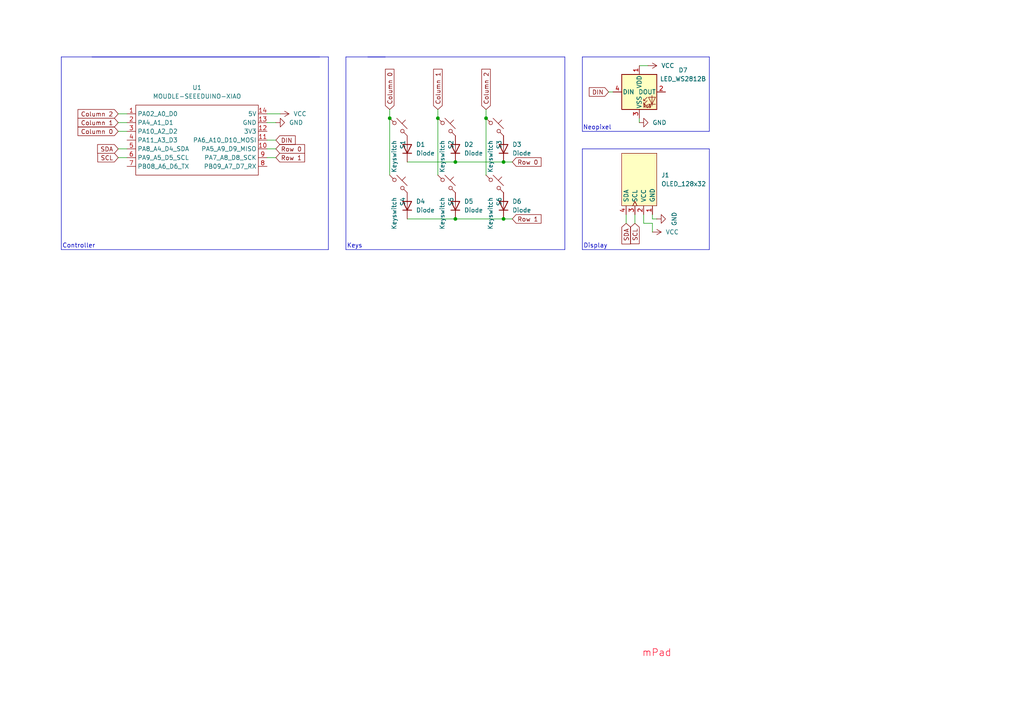
<source format=kicad_sch>
(kicad_sch
	(version 20231120)
	(generator "eeschema")
	(generator_version "8.0")
	(uuid "a5032a76-3a4a-4b6b-957c-5111dd4248f8")
	(paper "A4")
	(lib_symbols
		(symbol "ScottoKeebs:LED_WS2812B"
			(pin_names
				(offset 0.254)
			)
			(exclude_from_sim no)
			(in_bom yes)
			(on_board yes)
			(property "Reference" "D"
				(at 5.08 5.715 0)
				(effects
					(font
						(size 1.27 1.27)
					)
					(justify right bottom)
				)
			)
			(property "Value" "LED_WS2812B"
				(at 1.27 -5.715 0)
				(effects
					(font
						(size 1.27 1.27)
					)
					(justify left top)
				)
			)
			(property "Footprint" "ScottoKeebs_Components:LED_WS2812B"
				(at 1.27 -7.62 0)
				(effects
					(font
						(size 1.27 1.27)
					)
					(justify left top)
					(hide yes)
				)
			)
			(property "Datasheet" "https://cdn-shop.adafruit.com/datasheets/WS2812B.pdf"
				(at 2.54 -9.525 0)
				(effects
					(font
						(size 1.27 1.27)
					)
					(justify left top)
					(hide yes)
				)
			)
			(property "Description" "RGB LED with integrated controller"
				(at 0 0 0)
				(effects
					(font
						(size 1.27 1.27)
					)
					(hide yes)
				)
			)
			(property "ki_keywords" "RGB LED NeoPixel addressable"
				(at 0 0 0)
				(effects
					(font
						(size 1.27 1.27)
					)
					(hide yes)
				)
			)
			(property "ki_fp_filters" "LED*WS2812*PLCC*5.0x5.0mm*P3.2mm*"
				(at 0 0 0)
				(effects
					(font
						(size 1.27 1.27)
					)
					(hide yes)
				)
			)
			(symbol "LED_WS2812B_0_0"
				(text "RGB"
					(at 2.286 -4.191 0)
					(effects
						(font
							(size 0.762 0.762)
						)
					)
				)
			)
			(symbol "LED_WS2812B_0_1"
				(polyline
					(pts
						(xy 1.27 -3.556) (xy 1.778 -3.556)
					)
					(stroke
						(width 0)
						(type default)
					)
					(fill
						(type none)
					)
				)
				(polyline
					(pts
						(xy 1.27 -2.54) (xy 1.778 -2.54)
					)
					(stroke
						(width 0)
						(type default)
					)
					(fill
						(type none)
					)
				)
				(polyline
					(pts
						(xy 4.699 -3.556) (xy 2.667 -3.556)
					)
					(stroke
						(width 0)
						(type default)
					)
					(fill
						(type none)
					)
				)
				(polyline
					(pts
						(xy 2.286 -2.54) (xy 1.27 -3.556) (xy 1.27 -3.048)
					)
					(stroke
						(width 0)
						(type default)
					)
					(fill
						(type none)
					)
				)
				(polyline
					(pts
						(xy 2.286 -1.524) (xy 1.27 -2.54) (xy 1.27 -2.032)
					)
					(stroke
						(width 0)
						(type default)
					)
					(fill
						(type none)
					)
				)
				(polyline
					(pts
						(xy 3.683 -1.016) (xy 3.683 -3.556) (xy 3.683 -4.064)
					)
					(stroke
						(width 0)
						(type default)
					)
					(fill
						(type none)
					)
				)
				(polyline
					(pts
						(xy 4.699 -1.524) (xy 2.667 -1.524) (xy 3.683 -3.556) (xy 4.699 -1.524)
					)
					(stroke
						(width 0)
						(type default)
					)
					(fill
						(type none)
					)
				)
				(rectangle
					(start 5.08 5.08)
					(end -5.08 -5.08)
					(stroke
						(width 0.254)
						(type default)
					)
					(fill
						(type background)
					)
				)
			)
			(symbol "LED_WS2812B_1_1"
				(pin power_in line
					(at 0 7.62 270)
					(length 2.54)
					(name "VDD"
						(effects
							(font
								(size 1.27 1.27)
							)
						)
					)
					(number "1"
						(effects
							(font
								(size 1.27 1.27)
							)
						)
					)
				)
				(pin output line
					(at 7.62 0 180)
					(length 2.54)
					(name "DOUT"
						(effects
							(font
								(size 1.27 1.27)
							)
						)
					)
					(number "2"
						(effects
							(font
								(size 1.27 1.27)
							)
						)
					)
				)
				(pin power_in line
					(at 0 -7.62 90)
					(length 2.54)
					(name "VSS"
						(effects
							(font
								(size 1.27 1.27)
							)
						)
					)
					(number "3"
						(effects
							(font
								(size 1.27 1.27)
							)
						)
					)
				)
				(pin input line
					(at -7.62 0 0)
					(length 2.54)
					(name "DIN"
						(effects
							(font
								(size 1.27 1.27)
							)
						)
					)
					(number "4"
						(effects
							(font
								(size 1.27 1.27)
							)
						)
					)
				)
			)
		)
		(symbol "ScottoKeebs:OLED_128x32"
			(pin_names
				(offset 1.016)
			)
			(exclude_from_sim no)
			(in_bom yes)
			(on_board yes)
			(property "Reference" "J"
				(at 0 -6.35 0)
				(effects
					(font
						(size 1.27 1.27)
					)
				)
			)
			(property "Value" "OLED_128x32"
				(at 0 6.35 0)
				(effects
					(font
						(size 1.27 1.27)
					)
				)
			)
			(property "Footprint" "ScottoKeebs_Components:OLED_128x32"
				(at 0 8.89 0)
				(effects
					(font
						(size 1.27 1.27)
					)
					(hide yes)
				)
			)
			(property "Datasheet" ""
				(at 0 1.27 0)
				(effects
					(font
						(size 1.27 1.27)
					)
					(hide yes)
				)
			)
			(property "Description" ""
				(at 0 0 0)
				(effects
					(font
						(size 1.27 1.27)
					)
					(hide yes)
				)
			)
			(symbol "OLED_128x32_0_1"
				(rectangle
					(start 0 5.08)
					(end 15.24 -5.08)
					(stroke
						(width 0)
						(type default)
					)
					(fill
						(type background)
					)
				)
			)
			(symbol "OLED_128x32_1_1"
				(pin power_in line
					(at -2.54 -3.81 0)
					(length 2.54)
					(name "GND"
						(effects
							(font
								(size 1.27 1.27)
							)
						)
					)
					(number "1"
						(effects
							(font
								(size 1.27 1.27)
							)
						)
					)
				)
				(pin power_in line
					(at -2.54 -1.27 0)
					(length 2.54)
					(name "VCC"
						(effects
							(font
								(size 1.27 1.27)
							)
						)
					)
					(number "2"
						(effects
							(font
								(size 1.27 1.27)
							)
						)
					)
				)
				(pin input clock
					(at -2.54 1.27 0)
					(length 2.54)
					(name "SCL"
						(effects
							(font
								(size 1.27 1.27)
							)
						)
					)
					(number "3"
						(effects
							(font
								(size 1.27 1.27)
							)
						)
					)
				)
				(pin bidirectional line
					(at -2.54 3.81 0)
					(length 2.54)
					(name "SDA"
						(effects
							(font
								(size 1.27 1.27)
							)
						)
					)
					(number "4"
						(effects
							(font
								(size 1.27 1.27)
							)
						)
					)
				)
			)
		)
		(symbol "ScottoKeebs:Placeholder_Diode"
			(pin_numbers hide)
			(pin_names hide)
			(exclude_from_sim no)
			(in_bom yes)
			(on_board yes)
			(property "Reference" "D"
				(at 0 2.54 0)
				(effects
					(font
						(size 1.27 1.27)
					)
				)
			)
			(property "Value" "Diode"
				(at 0 -2.54 0)
				(effects
					(font
						(size 1.27 1.27)
					)
				)
			)
			(property "Footprint" ""
				(at 0 0 0)
				(effects
					(font
						(size 1.27 1.27)
					)
					(hide yes)
				)
			)
			(property "Datasheet" ""
				(at 0 0 0)
				(effects
					(font
						(size 1.27 1.27)
					)
					(hide yes)
				)
			)
			(property "Description" "1N4148 (DO-35) or 1N4148W (SOD-123)"
				(at 0 0 0)
				(effects
					(font
						(size 1.27 1.27)
					)
					(hide yes)
				)
			)
			(property "Sim.Device" "D"
				(at 0 0 0)
				(effects
					(font
						(size 1.27 1.27)
					)
					(hide yes)
				)
			)
			(property "Sim.Pins" "1=K 2=A"
				(at 0 0 0)
				(effects
					(font
						(size 1.27 1.27)
					)
					(hide yes)
				)
			)
			(property "ki_keywords" "diode"
				(at 0 0 0)
				(effects
					(font
						(size 1.27 1.27)
					)
					(hide yes)
				)
			)
			(property "ki_fp_filters" "D*DO?35*"
				(at 0 0 0)
				(effects
					(font
						(size 1.27 1.27)
					)
					(hide yes)
				)
			)
			(symbol "Placeholder_Diode_0_1"
				(polyline
					(pts
						(xy -1.27 1.27) (xy -1.27 -1.27)
					)
					(stroke
						(width 0.254)
						(type default)
					)
					(fill
						(type none)
					)
				)
				(polyline
					(pts
						(xy 1.27 0) (xy -1.27 0)
					)
					(stroke
						(width 0)
						(type default)
					)
					(fill
						(type none)
					)
				)
				(polyline
					(pts
						(xy 1.27 1.27) (xy 1.27 -1.27) (xy -1.27 0) (xy 1.27 1.27)
					)
					(stroke
						(width 0.254)
						(type default)
					)
					(fill
						(type none)
					)
				)
			)
			(symbol "Placeholder_Diode_1_1"
				(pin passive line
					(at -3.81 0 0)
					(length 2.54)
					(name "K"
						(effects
							(font
								(size 1.27 1.27)
							)
						)
					)
					(number "1"
						(effects
							(font
								(size 1.27 1.27)
							)
						)
					)
				)
				(pin passive line
					(at 3.81 0 180)
					(length 2.54)
					(name "A"
						(effects
							(font
								(size 1.27 1.27)
							)
						)
					)
					(number "2"
						(effects
							(font
								(size 1.27 1.27)
							)
						)
					)
				)
			)
		)
		(symbol "ScottoKeebs:Placeholder_Keyswitch"
			(pin_numbers hide)
			(pin_names
				(offset 1.016) hide)
			(exclude_from_sim no)
			(in_bom yes)
			(on_board yes)
			(property "Reference" "S"
				(at 3.048 1.016 0)
				(effects
					(font
						(size 1.27 1.27)
					)
					(justify left)
				)
			)
			(property "Value" "Keyswitch"
				(at 0 -3.81 0)
				(effects
					(font
						(size 1.27 1.27)
					)
				)
			)
			(property "Footprint" ""
				(at 0 0 0)
				(effects
					(font
						(size 1.27 1.27)
					)
					(hide yes)
				)
			)
			(property "Datasheet" "~"
				(at 0 0 0)
				(effects
					(font
						(size 1.27 1.27)
					)
					(hide yes)
				)
			)
			(property "Description" "Push button switch, normally open, two pins, 45° tilted"
				(at 0 0 0)
				(effects
					(font
						(size 1.27 1.27)
					)
					(hide yes)
				)
			)
			(property "ki_keywords" "switch normally-open pushbutton push-button"
				(at 0 0 0)
				(effects
					(font
						(size 1.27 1.27)
					)
					(hide yes)
				)
			)
			(symbol "Placeholder_Keyswitch_0_1"
				(circle
					(center -1.1684 1.1684)
					(radius 0.508)
					(stroke
						(width 0)
						(type default)
					)
					(fill
						(type none)
					)
				)
				(polyline
					(pts
						(xy -0.508 2.54) (xy 2.54 -0.508)
					)
					(stroke
						(width 0)
						(type default)
					)
					(fill
						(type none)
					)
				)
				(polyline
					(pts
						(xy 1.016 1.016) (xy 2.032 2.032)
					)
					(stroke
						(width 0)
						(type default)
					)
					(fill
						(type none)
					)
				)
				(polyline
					(pts
						(xy -2.54 2.54) (xy -1.524 1.524) (xy -1.524 1.524)
					)
					(stroke
						(width 0)
						(type default)
					)
					(fill
						(type none)
					)
				)
				(polyline
					(pts
						(xy 1.524 -1.524) (xy 2.54 -2.54) (xy 2.54 -2.54) (xy 2.54 -2.54)
					)
					(stroke
						(width 0)
						(type default)
					)
					(fill
						(type none)
					)
				)
				(circle
					(center 1.143 -1.1938)
					(radius 0.508)
					(stroke
						(width 0)
						(type default)
					)
					(fill
						(type none)
					)
				)
				(pin passive line
					(at -2.54 2.54 0)
					(length 0)
					(name "1"
						(effects
							(font
								(size 1.27 1.27)
							)
						)
					)
					(number "1"
						(effects
							(font
								(size 1.27 1.27)
							)
						)
					)
				)
				(pin passive line
					(at 2.54 -2.54 180)
					(length 0)
					(name "2"
						(effects
							(font
								(size 1.27 1.27)
							)
						)
					)
					(number "2"
						(effects
							(font
								(size 1.27 1.27)
							)
						)
					)
				)
			)
		)
		(symbol "XIAO_RP2040:MOUDLE-SEEEDUINO-XIAO"
			(exclude_from_sim no)
			(in_bom yes)
			(on_board yes)
			(property "Reference" "U"
				(at -16.51 11.43 0)
				(effects
					(font
						(size 1.27 1.27)
					)
				)
			)
			(property "Value" "MOUDLE-SEEEDUINO-XIAO"
				(at -3.81 -11.43 0)
				(effects
					(font
						(size 1.27 1.27)
					)
				)
			)
			(property "Footprint" ""
				(at -16.51 2.54 0)
				(effects
					(font
						(size 1.27 1.27)
					)
					(hide yes)
				)
			)
			(property "Datasheet" ""
				(at -16.51 2.54 0)
				(effects
					(font
						(size 1.27 1.27)
					)
					(hide yes)
				)
			)
			(property "Description" ""
				(at 0 0 0)
				(effects
					(font
						(size 1.27 1.27)
					)
					(hide yes)
				)
			)
			(symbol "MOUDLE-SEEEDUINO-XIAO_0_1"
				(rectangle
					(start -16.51 10.16)
					(end 19.05 -10.16)
					(stroke
						(width 0)
						(type default)
					)
					(fill
						(type none)
					)
				)
			)
			(symbol "MOUDLE-SEEEDUINO-XIAO_1_1"
				(pin passive line
					(at -19.05 7.62 0)
					(length 2.54)
					(name "PA02_A0_D0"
						(effects
							(font
								(size 1.27 1.27)
							)
						)
					)
					(number "1"
						(effects
							(font
								(size 1.27 1.27)
							)
						)
					)
				)
				(pin passive line
					(at 21.59 -2.54 180)
					(length 2.54)
					(name "PA5_A9_D9_MISO"
						(effects
							(font
								(size 1.27 1.27)
							)
						)
					)
					(number "10"
						(effects
							(font
								(size 1.27 1.27)
							)
						)
					)
				)
				(pin passive line
					(at 21.59 0 180)
					(length 2.54)
					(name "PA6_A10_D10_MOSI"
						(effects
							(font
								(size 1.27 1.27)
							)
						)
					)
					(number "11"
						(effects
							(font
								(size 1.27 1.27)
							)
						)
					)
				)
				(pin passive line
					(at 21.59 2.54 180)
					(length 2.54)
					(name "3V3"
						(effects
							(font
								(size 1.27 1.27)
							)
						)
					)
					(number "12"
						(effects
							(font
								(size 1.27 1.27)
							)
						)
					)
				)
				(pin passive line
					(at 21.59 5.08 180)
					(length 2.54)
					(name "GND"
						(effects
							(font
								(size 1.27 1.27)
							)
						)
					)
					(number "13"
						(effects
							(font
								(size 1.27 1.27)
							)
						)
					)
				)
				(pin passive line
					(at 21.59 7.62 180)
					(length 2.54)
					(name "5V"
						(effects
							(font
								(size 1.27 1.27)
							)
						)
					)
					(number "14"
						(effects
							(font
								(size 1.27 1.27)
							)
						)
					)
				)
				(pin passive line
					(at -19.05 5.08 0)
					(length 2.54)
					(name "PA4_A1_D1"
						(effects
							(font
								(size 1.27 1.27)
							)
						)
					)
					(number "2"
						(effects
							(font
								(size 1.27 1.27)
							)
						)
					)
				)
				(pin passive line
					(at -19.05 2.54 0)
					(length 2.54)
					(name "PA10_A2_D2"
						(effects
							(font
								(size 1.27 1.27)
							)
						)
					)
					(number "3"
						(effects
							(font
								(size 1.27 1.27)
							)
						)
					)
				)
				(pin passive line
					(at -19.05 0 0)
					(length 2.54)
					(name "PA11_A3_D3"
						(effects
							(font
								(size 1.27 1.27)
							)
						)
					)
					(number "4"
						(effects
							(font
								(size 1.27 1.27)
							)
						)
					)
				)
				(pin passive line
					(at -19.05 -2.54 0)
					(length 2.54)
					(name "PA8_A4_D4_SDA"
						(effects
							(font
								(size 1.27 1.27)
							)
						)
					)
					(number "5"
						(effects
							(font
								(size 1.27 1.27)
							)
						)
					)
				)
				(pin passive line
					(at -19.05 -5.08 0)
					(length 2.54)
					(name "PA9_A5_D5_SCL"
						(effects
							(font
								(size 1.27 1.27)
							)
						)
					)
					(number "6"
						(effects
							(font
								(size 1.27 1.27)
							)
						)
					)
				)
				(pin passive line
					(at -19.05 -7.62 0)
					(length 2.54)
					(name "PB08_A6_D6_TX"
						(effects
							(font
								(size 1.27 1.27)
							)
						)
					)
					(number "7"
						(effects
							(font
								(size 1.27 1.27)
							)
						)
					)
				)
				(pin passive line
					(at 21.59 -7.62 180)
					(length 2.54)
					(name "PB09_A7_D7_RX"
						(effects
							(font
								(size 1.27 1.27)
							)
						)
					)
					(number "8"
						(effects
							(font
								(size 1.27 1.27)
							)
						)
					)
				)
				(pin passive line
					(at 21.59 -5.08 180)
					(length 2.54)
					(name "PA7_A8_D8_SCK"
						(effects
							(font
								(size 1.27 1.27)
							)
						)
					)
					(number "9"
						(effects
							(font
								(size 1.27 1.27)
							)
						)
					)
				)
			)
		)
		(symbol "power:GND"
			(power)
			(pin_numbers hide)
			(pin_names
				(offset 0) hide)
			(exclude_from_sim no)
			(in_bom yes)
			(on_board yes)
			(property "Reference" "#PWR"
				(at 0 -6.35 0)
				(effects
					(font
						(size 1.27 1.27)
					)
					(hide yes)
				)
			)
			(property "Value" "GND"
				(at 0 -3.81 0)
				(effects
					(font
						(size 1.27 1.27)
					)
				)
			)
			(property "Footprint" ""
				(at 0 0 0)
				(effects
					(font
						(size 1.27 1.27)
					)
					(hide yes)
				)
			)
			(property "Datasheet" ""
				(at 0 0 0)
				(effects
					(font
						(size 1.27 1.27)
					)
					(hide yes)
				)
			)
			(property "Description" "Power symbol creates a global label with name \"GND\" , ground"
				(at 0 0 0)
				(effects
					(font
						(size 1.27 1.27)
					)
					(hide yes)
				)
			)
			(property "ki_keywords" "global power"
				(at 0 0 0)
				(effects
					(font
						(size 1.27 1.27)
					)
					(hide yes)
				)
			)
			(symbol "GND_0_1"
				(polyline
					(pts
						(xy 0 0) (xy 0 -1.27) (xy 1.27 -1.27) (xy 0 -2.54) (xy -1.27 -1.27) (xy 0 -1.27)
					)
					(stroke
						(width 0)
						(type default)
					)
					(fill
						(type none)
					)
				)
			)
			(symbol "GND_1_1"
				(pin power_in line
					(at 0 0 270)
					(length 0)
					(name "~"
						(effects
							(font
								(size 1.27 1.27)
							)
						)
					)
					(number "1"
						(effects
							(font
								(size 1.27 1.27)
							)
						)
					)
				)
			)
		)
		(symbol "power:VCC"
			(power)
			(pin_numbers hide)
			(pin_names
				(offset 0) hide)
			(exclude_from_sim no)
			(in_bom yes)
			(on_board yes)
			(property "Reference" "#PWR"
				(at 0 -3.81 0)
				(effects
					(font
						(size 1.27 1.27)
					)
					(hide yes)
				)
			)
			(property "Value" "VCC"
				(at 0 3.556 0)
				(effects
					(font
						(size 1.27 1.27)
					)
				)
			)
			(property "Footprint" ""
				(at 0 0 0)
				(effects
					(font
						(size 1.27 1.27)
					)
					(hide yes)
				)
			)
			(property "Datasheet" ""
				(at 0 0 0)
				(effects
					(font
						(size 1.27 1.27)
					)
					(hide yes)
				)
			)
			(property "Description" "Power symbol creates a global label with name \"VCC\""
				(at 0 0 0)
				(effects
					(font
						(size 1.27 1.27)
					)
					(hide yes)
				)
			)
			(property "ki_keywords" "global power"
				(at 0 0 0)
				(effects
					(font
						(size 1.27 1.27)
					)
					(hide yes)
				)
			)
			(symbol "VCC_0_1"
				(polyline
					(pts
						(xy -0.762 1.27) (xy 0 2.54)
					)
					(stroke
						(width 0)
						(type default)
					)
					(fill
						(type none)
					)
				)
				(polyline
					(pts
						(xy 0 0) (xy 0 2.54)
					)
					(stroke
						(width 0)
						(type default)
					)
					(fill
						(type none)
					)
				)
				(polyline
					(pts
						(xy 0 2.54) (xy 0.762 1.27)
					)
					(stroke
						(width 0)
						(type default)
					)
					(fill
						(type none)
					)
				)
			)
			(symbol "VCC_1_1"
				(pin power_in line
					(at 0 0 90)
					(length 0)
					(name "~"
						(effects
							(font
								(size 1.27 1.27)
							)
						)
					)
					(number "1"
						(effects
							(font
								(size 1.27 1.27)
							)
						)
					)
				)
			)
		)
	)
	(junction
		(at 146.05 63.5)
		(diameter 0)
		(color 0 0 0 0)
		(uuid "2e2c86a0-d338-4154-ad1f-db6be556cf79")
	)
	(junction
		(at 140.97 34.29)
		(diameter 0)
		(color 0 0 0 0)
		(uuid "2f70c80a-fa4d-438e-9024-7d2fd4049f5d")
	)
	(junction
		(at 113.03 34.29)
		(diameter 0)
		(color 0 0 0 0)
		(uuid "3d43c0ce-102f-4770-9297-4dd1a9ac227d")
	)
	(junction
		(at 146.05 46.99)
		(diameter 0)
		(color 0 0 0 0)
		(uuid "6f0853e7-1152-4488-8aa0-44c5addc15d5")
	)
	(junction
		(at 127 34.29)
		(diameter 0)
		(color 0 0 0 0)
		(uuid "a530a325-009e-4494-9dd9-27b55edaeca6")
	)
	(junction
		(at 132.08 46.99)
		(diameter 0)
		(color 0 0 0 0)
		(uuid "ce1c3251-0d26-4100-a7c5-12484668de60")
	)
	(junction
		(at 132.08 63.5)
		(diameter 0)
		(color 0 0 0 0)
		(uuid "cfd466b9-fa99-4d45-bd50-cdf0ef382b45")
	)
	(wire
		(pts
			(xy 113.03 34.29) (xy 113.03 50.8)
		)
		(stroke
			(width 0)
			(type default)
		)
		(uuid "0473d128-f7c6-4a19-871e-427c503b506d")
	)
	(polyline
		(pts
			(xy 95.25 16.51) (xy 95.25 72.39)
		)
		(stroke
			(width 0)
			(type default)
		)
		(uuid "05429a00-7a41-4285-bd49-ecf447f7398f")
	)
	(wire
		(pts
			(xy 189.23 64.77) (xy 186.69 64.77)
		)
		(stroke
			(width 0)
			(type default)
		)
		(uuid "06ca3e68-5b99-43fa-a422-a91c4908236b")
	)
	(polyline
		(pts
			(xy 163.83 16.51) (xy 163.83 72.39)
		)
		(stroke
			(width 0)
			(type default)
		)
		(uuid "072e849f-99ac-4034-b1e4-548dc05660c3")
	)
	(wire
		(pts
			(xy 185.42 19.05) (xy 187.96 19.05)
		)
		(stroke
			(width 0)
			(type default)
		)
		(uuid "0ad1adc7-19f2-43d9-a398-98cace5500f4")
	)
	(wire
		(pts
			(xy 186.69 64.77) (xy 186.69 62.23)
		)
		(stroke
			(width 0)
			(type default)
		)
		(uuid "0e22d723-48bb-4998-ba30-d5e190dc0c95")
	)
	(wire
		(pts
			(xy 140.97 34.29) (xy 140.97 31.75)
		)
		(stroke
			(width 0)
			(type default)
		)
		(uuid "14f6d18e-a4df-4425-9fc8-57f268157458")
	)
	(polyline
		(pts
			(xy 168.91 43.18) (xy 168.91 72.39)
		)
		(stroke
			(width 0)
			(type default)
		)
		(uuid "15ab9cb4-7172-4eb7-8b27-2cfd848b64ef")
	)
	(wire
		(pts
			(xy 140.97 34.29) (xy 140.97 50.8)
		)
		(stroke
			(width 0)
			(type default)
		)
		(uuid "18bba10f-a29b-439c-ac5b-c54a3d7e58b8")
	)
	(wire
		(pts
			(xy 190.5 63.5) (xy 189.23 63.5)
		)
		(stroke
			(width 0)
			(type default)
		)
		(uuid "204dbb72-b601-49b4-a7be-c2a3eb42bf92")
	)
	(polyline
		(pts
			(xy 106.68 16.51) (xy 163.83 16.51)
		)
		(stroke
			(width 0)
			(type default)
		)
		(uuid "20a55e6a-a52e-43cc-9b08-723c5e124528")
	)
	(wire
		(pts
			(xy 80.01 45.72) (xy 77.47 45.72)
		)
		(stroke
			(width 0)
			(type default)
		)
		(uuid "22d83f32-efa7-4d36-9452-b3e990371a44")
	)
	(wire
		(pts
			(xy 181.61 64.77) (xy 181.61 62.23)
		)
		(stroke
			(width 0)
			(type default)
		)
		(uuid "2d418ab8-4d7e-42f0-b151-6255000895e4")
	)
	(wire
		(pts
			(xy 34.29 45.72) (xy 36.83 45.72)
		)
		(stroke
			(width 0)
			(type default)
		)
		(uuid "2efaca18-c21c-44e0-8388-9767129d7863")
	)
	(wire
		(pts
			(xy 36.83 38.1) (xy 34.29 38.1)
		)
		(stroke
			(width 0)
			(type default)
		)
		(uuid "313b1a4e-ca8a-4790-a8a3-86d24c863b31")
	)
	(polyline
		(pts
			(xy 17.78 16.51) (xy 92.71 16.51)
		)
		(stroke
			(width 0)
			(type default)
		)
		(uuid "33fb3b5b-00aa-4f1f-985b-d5d752c2ae1f")
	)
	(wire
		(pts
			(xy 118.11 46.99) (xy 132.08 46.99)
		)
		(stroke
			(width 0)
			(type default)
		)
		(uuid "382b3aba-6f72-4ce9-9569-43209efc7ef1")
	)
	(polyline
		(pts
			(xy 205.74 72.39) (xy 205.74 43.18)
		)
		(stroke
			(width 0)
			(type default)
		)
		(uuid "41610661-e321-44f7-bce8-e6950a10cf17")
	)
	(polyline
		(pts
			(xy 168.91 43.18) (xy 205.74 43.18)
		)
		(stroke
			(width 0)
			(type default)
		)
		(uuid "46f2b97e-4bde-41d3-acf2-da7e2be7a7b1")
	)
	(polyline
		(pts
			(xy 168.91 16.51) (xy 168.91 38.1)
		)
		(stroke
			(width 0)
			(type default)
		)
		(uuid "48e3ef23-7af3-4c20-bbd0-73976d7d1250")
	)
	(wire
		(pts
			(xy 185.42 34.29) (xy 185.42 35.56)
		)
		(stroke
			(width 0)
			(type default)
		)
		(uuid "55ef3909-9198-489b-9b0e-195174ec780f")
	)
	(polyline
		(pts
			(xy 95.25 72.39) (xy 17.78 72.39)
		)
		(stroke
			(width 0)
			(type default)
		)
		(uuid "56be47fc-0714-4fba-98cc-df659d1c1e36")
	)
	(wire
		(pts
			(xy 77.47 40.64) (xy 80.01 40.64)
		)
		(stroke
			(width 0)
			(type default)
		)
		(uuid "5b3988e9-86b7-4ce7-900e-5656bfd3c114")
	)
	(polyline
		(pts
			(xy 205.74 38.1) (xy 168.91 38.1)
		)
		(stroke
			(width 0)
			(type default)
		)
		(uuid "5d754749-0a58-4497-b330-cd072abfb791")
	)
	(polyline
		(pts
			(xy 163.83 72.39) (xy 100.33 72.39)
		)
		(stroke
			(width 0)
			(type default)
		)
		(uuid "62a50e3d-6011-42bd-807e-bb5df448a7f2")
	)
	(polyline
		(pts
			(xy 168.91 72.39) (xy 205.74 72.39)
		)
		(stroke
			(width 0)
			(type default)
		)
		(uuid "6a3128bd-ae98-4615-809b-dd5ed1537c09")
	)
	(wire
		(pts
			(xy 118.11 63.5) (xy 132.08 63.5)
		)
		(stroke
			(width 0)
			(type default)
		)
		(uuid "82359260-6484-40da-b704-bab97cf68e3e")
	)
	(polyline
		(pts
			(xy 205.74 16.51) (xy 205.74 38.1)
		)
		(stroke
			(width 0)
			(type default)
		)
		(uuid "8840883f-5bd9-4178-a81e-4d6c34ba1c30")
	)
	(wire
		(pts
			(xy 132.08 63.5) (xy 146.05 63.5)
		)
		(stroke
			(width 0)
			(type default)
		)
		(uuid "9dbab2a8-168c-4bfa-ac75-bee790f236f0")
	)
	(wire
		(pts
			(xy 127 34.29) (xy 127 50.8)
		)
		(stroke
			(width 0)
			(type default)
		)
		(uuid "a145d27a-c9a1-4759-a56b-d874eaff5f8a")
	)
	(wire
		(pts
			(xy 77.47 35.56) (xy 80.01 35.56)
		)
		(stroke
			(width 0)
			(type default)
		)
		(uuid "b26950ec-bf84-4dca-afdb-37efc2be8ac0")
	)
	(wire
		(pts
			(xy 36.83 35.56) (xy 34.29 35.56)
		)
		(stroke
			(width 0)
			(type default)
		)
		(uuid "b3f2ebed-6d0e-4b00-b18c-dec227870b74")
	)
	(polyline
		(pts
			(xy 168.91 16.51) (xy 205.74 16.51)
		)
		(stroke
			(width 0)
			(type default)
		)
		(uuid "ba245e9f-c935-4c4f-a66d-e27d916ac440")
	)
	(wire
		(pts
			(xy 132.08 46.99) (xy 146.05 46.99)
		)
		(stroke
			(width 0)
			(type default)
		)
		(uuid "c060a303-dd04-43aa-9d2c-4093d277f8ef")
	)
	(wire
		(pts
			(xy 80.01 43.18) (xy 77.47 43.18)
		)
		(stroke
			(width 0)
			(type default)
		)
		(uuid "c5325a24-1ddd-4cf9-a296-e890d8111276")
	)
	(wire
		(pts
			(xy 77.47 33.02) (xy 81.28 33.02)
		)
		(stroke
			(width 0)
			(type default)
		)
		(uuid "c60bf4af-f025-4fcd-b4fa-2db28bc8171b")
	)
	(polyline
		(pts
			(xy 100.33 72.39) (xy 100.33 16.51)
		)
		(stroke
			(width 0)
			(type default)
		)
		(uuid "c62a08d9-e6dc-41cb-aafd-f2872896754d")
	)
	(wire
		(pts
			(xy 36.83 43.18) (xy 34.29 43.18)
		)
		(stroke
			(width 0)
			(type default)
		)
		(uuid "c8fbd414-26a9-47ac-a197-a440b895b924")
	)
	(polyline
		(pts
			(xy 17.78 72.39) (xy 17.78 16.51)
		)
		(stroke
			(width 0)
			(type default)
		)
		(uuid "c9e4bcfa-45ac-41af-b959-7b0b55eef662")
	)
	(wire
		(pts
			(xy 184.15 64.77) (xy 184.15 62.23)
		)
		(stroke
			(width 0)
			(type default)
		)
		(uuid "ce4748b2-ef50-44b4-80c2-2403794b1104")
	)
	(polyline
		(pts
			(xy 100.33 16.51) (xy 111.76 16.51)
		)
		(stroke
			(width 0)
			(type default)
		)
		(uuid "d3bd0685-149f-484b-9a28-d572952f0056")
	)
	(wire
		(pts
			(xy 127 34.29) (xy 127 31.75)
		)
		(stroke
			(width 0)
			(type default)
		)
		(uuid "da616614-a913-44ea-b81d-e312db09556b")
	)
	(wire
		(pts
			(xy 36.83 33.02) (xy 34.29 33.02)
		)
		(stroke
			(width 0)
			(type default)
		)
		(uuid "db414dc1-876d-424c-b076-086219c07b6a")
	)
	(wire
		(pts
			(xy 146.05 63.5) (xy 148.59 63.5)
		)
		(stroke
			(width 0)
			(type default)
		)
		(uuid "dd74a55e-f87b-46cb-90f8-1886184d43bc")
	)
	(wire
		(pts
			(xy 146.05 46.99) (xy 148.59 46.99)
		)
		(stroke
			(width 0)
			(type default)
		)
		(uuid "dd79b60e-6a85-43a6-af8c-500e1436a175")
	)
	(wire
		(pts
			(xy 189.23 64.77) (xy 189.23 67.31)
		)
		(stroke
			(width 0)
			(type default)
		)
		(uuid "e6ec0949-da5a-48d6-9ddd-0a416e2eb0fc")
	)
	(wire
		(pts
			(xy 176.53 26.67) (xy 177.8 26.67)
		)
		(stroke
			(width 0)
			(type default)
		)
		(uuid "f62f577e-edbf-4ac7-aa55-bf28c491e0c4")
	)
	(wire
		(pts
			(xy 113.03 34.29) (xy 113.03 31.75)
		)
		(stroke
			(width 0)
			(type default)
		)
		(uuid "fa10af48-25b4-4351-8687-5398d2db2195")
	)
	(polyline
		(pts
			(xy 26.67 16.51) (xy 95.25 16.51)
		)
		(stroke
			(width 0)
			(type default)
		)
		(uuid "fa313809-ac33-45a9-89ea-3d7e92cce314")
	)
	(wire
		(pts
			(xy 189.23 63.5) (xy 189.23 62.23)
		)
		(stroke
			(width 0)
			(type default)
		)
		(uuid "fe68a229-aeb7-4c19-8443-cea46e651209")
	)
	(text "Neopixel"
		(exclude_from_sim no)
		(at 173.228 37.084 0)
		(effects
			(font
				(size 1.27 1.27)
			)
		)
		(uuid "53d1052a-9786-4bff-a6fd-bf6a54f8d860")
	)
	(text "Controller"
		(exclude_from_sim no)
		(at 22.86 71.374 0)
		(effects
			(font
				(size 1.27 1.27)
			)
		)
		(uuid "87a8ee09-770a-4b05-8b47-19fd4e6555f3")
	)
	(text "mPad"
		(exclude_from_sim no)
		(at 190.5 189.484 0)
		(effects
			(font
				(size 2.032 2.032)
				(color 255 0 36 1)
			)
		)
		(uuid "947c95d0-f3ea-4133-b190-b1a4c06bf598")
	)
	(text "Display"
		(exclude_from_sim no)
		(at 172.72 71.374 0)
		(effects
			(font
				(size 1.27 1.27)
			)
		)
		(uuid "cbf08778-818f-4d71-bb40-f0242860a96b")
	)
	(text "Keys\n"
		(exclude_from_sim no)
		(at 102.87 71.374 0)
		(effects
			(font
				(size 1.27 1.27)
			)
		)
		(uuid "d6ae1dbb-5ce9-49c0-8a54-d3080c577041")
	)
	(global_label "Row 1"
		(shape input)
		(at 80.01 45.72 0)
		(fields_autoplaced yes)
		(effects
			(font
				(size 1.27 1.27)
			)
			(justify left)
		)
		(uuid "400a2156-584a-42fe-b9c0-05215abfa25c")
		(property "Intersheetrefs" "${INTERSHEET_REFS}"
			(at 88.9218 45.72 0)
			(effects
				(font
					(size 1.27 1.27)
				)
				(justify left)
				(hide yes)
			)
		)
	)
	(global_label "Column 1"
		(shape input)
		(at 34.29 35.56 180)
		(fields_autoplaced yes)
		(effects
			(font
				(size 1.27 1.27)
			)
			(justify right)
		)
		(uuid "465ea39c-861b-461d-a2a4-6780d417ead2")
		(property "Intersheetrefs" "${INTERSHEET_REFS}"
			(at 22.0522 35.56 0)
			(effects
				(font
					(size 1.27 1.27)
				)
				(justify right)
				(hide yes)
			)
		)
	)
	(global_label "SCL"
		(shape input)
		(at 34.29 45.72 180)
		(fields_autoplaced yes)
		(effects
			(font
				(size 1.27 1.27)
			)
			(justify right)
		)
		(uuid "488d74ea-cdb3-4f20-b818-543eb8aabdee")
		(property "Intersheetrefs" "${INTERSHEET_REFS}"
			(at 27.7972 45.72 0)
			(effects
				(font
					(size 1.27 1.27)
				)
				(justify right)
				(hide yes)
			)
		)
	)
	(global_label "DIN"
		(shape input)
		(at 176.53 26.67 180)
		(fields_autoplaced yes)
		(effects
			(font
				(size 1.27 1.27)
			)
			(justify right)
		)
		(uuid "5b47a21b-977e-4f81-bfd1-769ea61b0cea")
		(property "Intersheetrefs" "${INTERSHEET_REFS}"
			(at 170.3395 26.67 0)
			(effects
				(font
					(size 1.27 1.27)
				)
				(justify right)
				(hide yes)
			)
		)
	)
	(global_label "SDA"
		(shape input)
		(at 34.29 43.18 180)
		(fields_autoplaced yes)
		(effects
			(font
				(size 1.27 1.27)
			)
			(justify right)
		)
		(uuid "666fa43b-74ea-4772-a713-b6c18520e330")
		(property "Intersheetrefs" "${INTERSHEET_REFS}"
			(at 27.7367 43.18 0)
			(effects
				(font
					(size 1.27 1.27)
				)
				(justify right)
				(hide yes)
			)
		)
	)
	(global_label "Row 0"
		(shape input)
		(at 80.01 43.18 0)
		(fields_autoplaced yes)
		(effects
			(font
				(size 1.27 1.27)
			)
			(justify left)
		)
		(uuid "719e24ae-76b8-4696-bcd3-02a1c09ae596")
		(property "Intersheetrefs" "${INTERSHEET_REFS}"
			(at 88.9218 43.18 0)
			(effects
				(font
					(size 1.27 1.27)
				)
				(justify left)
				(hide yes)
			)
		)
	)
	(global_label "Row 1"
		(shape input)
		(at 148.59 63.5 0)
		(fields_autoplaced yes)
		(effects
			(font
				(size 1.27 1.27)
			)
			(justify left)
		)
		(uuid "79e063fc-ed00-4cc9-be6e-ce1abdf02d03")
		(property "Intersheetrefs" "${INTERSHEET_REFS}"
			(at 157.5018 63.5 0)
			(effects
				(font
					(size 1.27 1.27)
				)
				(justify left)
				(hide yes)
			)
		)
	)
	(global_label "Column 2"
		(shape input)
		(at 140.97 31.75 90)
		(fields_autoplaced yes)
		(effects
			(font
				(size 1.27 1.27)
			)
			(justify left)
		)
		(uuid "85826cf6-47f6-408d-88de-d6c63e1e8cf6")
		(property "Intersheetrefs" "${INTERSHEET_REFS}"
			(at 140.97 19.5122 90)
			(effects
				(font
					(size 1.27 1.27)
				)
				(justify left)
				(hide yes)
			)
		)
	)
	(global_label "DIN"
		(shape input)
		(at 80.01 40.64 0)
		(fields_autoplaced yes)
		(effects
			(font
				(size 1.27 1.27)
			)
			(justify left)
		)
		(uuid "8b203076-26af-4feb-8710-f0d0ba41b2f8")
		(property "Intersheetrefs" "${INTERSHEET_REFS}"
			(at 86.2005 40.64 0)
			(effects
				(font
					(size 1.27 1.27)
				)
				(justify left)
				(hide yes)
			)
		)
	)
	(global_label "Column 0"
		(shape input)
		(at 34.29 38.1 180)
		(fields_autoplaced yes)
		(effects
			(font
				(size 1.27 1.27)
			)
			(justify right)
		)
		(uuid "91092a26-4335-4b00-ace5-127c702b6e44")
		(property "Intersheetrefs" "${INTERSHEET_REFS}"
			(at 22.0522 38.1 0)
			(effects
				(font
					(size 1.27 1.27)
				)
				(justify right)
				(hide yes)
			)
		)
	)
	(global_label "Column 0"
		(shape input)
		(at 113.03 31.75 90)
		(fields_autoplaced yes)
		(effects
			(font
				(size 1.27 1.27)
			)
			(justify left)
		)
		(uuid "9761b13d-2944-462f-b7b1-d8fd2bcea544")
		(property "Intersheetrefs" "${INTERSHEET_REFS}"
			(at 113.03 19.5122 90)
			(effects
				(font
					(size 1.27 1.27)
				)
				(justify left)
				(hide yes)
			)
		)
	)
	(global_label "SCL"
		(shape input)
		(at 184.15 64.77 270)
		(fields_autoplaced yes)
		(effects
			(font
				(size 1.27 1.27)
			)
			(justify right)
		)
		(uuid "b262826a-92c6-4572-9b2f-19f3428a0a06")
		(property "Intersheetrefs" "${INTERSHEET_REFS}"
			(at 184.15 71.2628 90)
			(effects
				(font
					(size 1.27 1.27)
				)
				(justify right)
				(hide yes)
			)
		)
	)
	(global_label "Column 1"
		(shape input)
		(at 127 31.75 90)
		(fields_autoplaced yes)
		(effects
			(font
				(size 1.27 1.27)
			)
			(justify left)
		)
		(uuid "da7e3cef-2241-4ded-ac3e-cef0779579aa")
		(property "Intersheetrefs" "${INTERSHEET_REFS}"
			(at 127 19.5122 90)
			(effects
				(font
					(size 1.27 1.27)
				)
				(justify left)
				(hide yes)
			)
		)
	)
	(global_label "Column 2"
		(shape input)
		(at 34.29 33.02 180)
		(fields_autoplaced yes)
		(effects
			(font
				(size 1.27 1.27)
			)
			(justify right)
		)
		(uuid "eb3f9d3e-d2e5-437e-8cc1-e54e495dcf8c")
		(property "Intersheetrefs" "${INTERSHEET_REFS}"
			(at 22.0522 33.02 0)
			(effects
				(font
					(size 1.27 1.27)
				)
				(justify right)
				(hide yes)
			)
		)
	)
	(global_label "SDA"
		(shape input)
		(at 181.61 64.77 270)
		(fields_autoplaced yes)
		(effects
			(font
				(size 1.27 1.27)
			)
			(justify right)
		)
		(uuid "f3566461-8e0b-4844-ada6-166de454f51b")
		(property "Intersheetrefs" "${INTERSHEET_REFS}"
			(at 181.61 71.3233 90)
			(effects
				(font
					(size 1.27 1.27)
				)
				(justify right)
				(hide yes)
			)
		)
	)
	(global_label "Row 0"
		(shape input)
		(at 148.59 46.99 0)
		(fields_autoplaced yes)
		(effects
			(font
				(size 1.27 1.27)
			)
			(justify left)
		)
		(uuid "f98edf12-fcdb-48d7-9d0f-638a76772027")
		(property "Intersheetrefs" "${INTERSHEET_REFS}"
			(at 157.5018 46.99 0)
			(effects
				(font
					(size 1.27 1.27)
				)
				(justify left)
				(hide yes)
			)
		)
	)
	(symbol
		(lib_id "power:VCC")
		(at 189.23 67.31 270)
		(unit 1)
		(exclude_from_sim no)
		(in_bom yes)
		(on_board yes)
		(dnp no)
		(fields_autoplaced yes)
		(uuid "00f1cfe0-2b87-42c1-a01c-3a0de7233c1e")
		(property "Reference" "#PWR05"
			(at 185.42 67.31 0)
			(effects
				(font
					(size 1.27 1.27)
				)
				(hide yes)
			)
		)
		(property "Value" "VCC"
			(at 193.04 67.3099 90)
			(effects
				(font
					(size 1.27 1.27)
				)
				(justify left)
			)
		)
		(property "Footprint" ""
			(at 189.23 67.31 0)
			(effects
				(font
					(size 1.27 1.27)
				)
				(hide yes)
			)
		)
		(property "Datasheet" ""
			(at 189.23 67.31 0)
			(effects
				(font
					(size 1.27 1.27)
				)
				(hide yes)
			)
		)
		(property "Description" "Power symbol creates a global label with name \"VCC\""
			(at 189.23 67.31 0)
			(effects
				(font
					(size 1.27 1.27)
				)
				(hide yes)
			)
		)
		(pin "1"
			(uuid "fda777c0-d7dd-406d-9d7e-eeee847f2f8d")
		)
		(instances
			(project "mpad2"
				(path "/a5032a76-3a4a-4b6b-957c-5111dd4248f8"
					(reference "#PWR05")
					(unit 1)
				)
			)
		)
	)
	(symbol
		(lib_id "ScottoKeebs:Placeholder_Keyswitch")
		(at 143.51 53.34 0)
		(unit 1)
		(exclude_from_sim no)
		(in_bom yes)
		(on_board yes)
		(dnp no)
		(fields_autoplaced yes)
		(uuid "01ba0a9e-4f56-47d9-adfe-eeba04e4577a")
		(property "Reference" "S6"
			(at 144.7801 57.15 90)
			(effects
				(font
					(size 1.27 1.27)
				)
				(justify right)
			)
		)
		(property "Value" "Keyswitch"
			(at 142.2401 57.15 90)
			(effects
				(font
					(size 1.27 1.27)
				)
				(justify right)
			)
		)
		(property "Footprint" "ScottoKeebs_MX:MX_PCB_1.00u"
			(at 143.51 53.34 0)
			(effects
				(font
					(size 1.27 1.27)
				)
				(hide yes)
			)
		)
		(property "Datasheet" "~"
			(at 143.51 53.34 0)
			(effects
				(font
					(size 1.27 1.27)
				)
				(hide yes)
			)
		)
		(property "Description" "Push button switch, normally open, two pins, 45° tilted"
			(at 143.51 53.34 0)
			(effects
				(font
					(size 1.27 1.27)
				)
				(hide yes)
			)
		)
		(pin "2"
			(uuid "d992703e-f218-411c-975d-82d2a43ee2d2")
		)
		(pin "1"
			(uuid "6d2e1616-d1c5-4a50-96d9-851159e07ae0")
		)
		(instances
			(project "mpad2"
				(path "/a5032a76-3a4a-4b6b-957c-5111dd4248f8"
					(reference "S6")
					(unit 1)
				)
			)
		)
	)
	(symbol
		(lib_id "ScottoKeebs:OLED_128x32")
		(at 185.42 59.69 90)
		(unit 1)
		(exclude_from_sim no)
		(in_bom yes)
		(on_board yes)
		(dnp no)
		(fields_autoplaced yes)
		(uuid "0708e847-27e9-4d80-887a-94397df075d9")
		(property "Reference" "J1"
			(at 191.77 50.7999 90)
			(effects
				(font
					(size 1.27 1.27)
				)
				(justify right)
			)
		)
		(property "Value" "OLED_128x32"
			(at 191.77 53.3399 90)
			(effects
				(font
					(size 1.27 1.27)
				)
				(justify right)
			)
		)
		(property "Footprint" "ScottoKeebs_Components:OLED_128x32"
			(at 176.53 59.69 0)
			(effects
				(font
					(size 1.27 1.27)
				)
				(hide yes)
			)
		)
		(property "Datasheet" ""
			(at 184.15 59.69 0)
			(effects
				(font
					(size 1.27 1.27)
				)
				(hide yes)
			)
		)
		(property "Description" ""
			(at 185.42 59.69 0)
			(effects
				(font
					(size 1.27 1.27)
				)
				(hide yes)
			)
		)
		(pin "2"
			(uuid "cda61b28-25a6-4a09-adf9-11147a97b4ce")
		)
		(pin "3"
			(uuid "8d54c30a-95cf-4e65-8fda-5a8ffb9bc3f1")
		)
		(pin "1"
			(uuid "f5e125a9-a5c4-4012-946b-8d14e95569d0")
		)
		(pin "4"
			(uuid "baf2a769-1e5e-43db-b75d-5529864b5ae8")
		)
		(instances
			(project ""
				(path "/a5032a76-3a4a-4b6b-957c-5111dd4248f8"
					(reference "J1")
					(unit 1)
				)
			)
		)
	)
	(symbol
		(lib_id "power:VCC")
		(at 81.28 33.02 270)
		(unit 1)
		(exclude_from_sim no)
		(in_bom yes)
		(on_board yes)
		(dnp no)
		(fields_autoplaced yes)
		(uuid "0ea8c6e1-907d-4a01-bb26-448008cb2f24")
		(property "Reference" "#PWR04"
			(at 77.47 33.02 0)
			(effects
				(font
					(size 1.27 1.27)
				)
				(hide yes)
			)
		)
		(property "Value" "VCC"
			(at 85.09 33.0199 90)
			(effects
				(font
					(size 1.27 1.27)
				)
				(justify left)
			)
		)
		(property "Footprint" ""
			(at 81.28 33.02 0)
			(effects
				(font
					(size 1.27 1.27)
				)
				(hide yes)
			)
		)
		(property "Datasheet" ""
			(at 81.28 33.02 0)
			(effects
				(font
					(size 1.27 1.27)
				)
				(hide yes)
			)
		)
		(property "Description" "Power symbol creates a global label with name \"VCC\""
			(at 81.28 33.02 0)
			(effects
				(font
					(size 1.27 1.27)
				)
				(hide yes)
			)
		)
		(pin "1"
			(uuid "5e72c91b-5b71-42a7-b8f7-593333a20260")
		)
		(instances
			(project "mpad2"
				(path "/a5032a76-3a4a-4b6b-957c-5111dd4248f8"
					(reference "#PWR04")
					(unit 1)
				)
			)
		)
	)
	(symbol
		(lib_id "power:GND")
		(at 80.01 35.56 90)
		(unit 1)
		(exclude_from_sim no)
		(in_bom yes)
		(on_board yes)
		(dnp no)
		(fields_autoplaced yes)
		(uuid "1c43d5ae-0000-49fc-8e40-fe81fced9df9")
		(property "Reference" "#PWR03"
			(at 86.36 35.56 0)
			(effects
				(font
					(size 1.27 1.27)
				)
				(hide yes)
			)
		)
		(property "Value" "GND"
			(at 83.82 35.5599 90)
			(effects
				(font
					(size 1.27 1.27)
				)
				(justify right)
			)
		)
		(property "Footprint" ""
			(at 80.01 35.56 0)
			(effects
				(font
					(size 1.27 1.27)
				)
				(hide yes)
			)
		)
		(property "Datasheet" ""
			(at 80.01 35.56 0)
			(effects
				(font
					(size 1.27 1.27)
				)
				(hide yes)
			)
		)
		(property "Description" "Power symbol creates a global label with name \"GND\" , ground"
			(at 80.01 35.56 0)
			(effects
				(font
					(size 1.27 1.27)
				)
				(hide yes)
			)
		)
		(pin "1"
			(uuid "051bbb95-dd99-47b8-aed8-4af744b850df")
		)
		(instances
			(project "mpad2"
				(path "/a5032a76-3a4a-4b6b-957c-5111dd4248f8"
					(reference "#PWR03")
					(unit 1)
				)
			)
		)
	)
	(symbol
		(lib_id "XIAO_RP2040:MOUDLE-SEEEDUINO-XIAO")
		(at 55.88 40.64 0)
		(unit 1)
		(exclude_from_sim no)
		(in_bom yes)
		(on_board yes)
		(dnp no)
		(fields_autoplaced yes)
		(uuid "227fcfa9-21aa-4c63-bc80-8a0d5dfe81fa")
		(property "Reference" "U1"
			(at 57.15 25.4 0)
			(effects
				(font
					(size 1.27 1.27)
				)
			)
		)
		(property "Value" "MOUDLE-SEEEDUINO-XIAO"
			(at 57.15 27.94 0)
			(effects
				(font
					(size 1.27 1.27)
				)
			)
		)
		(property "Footprint" "ScottoKeebs_MCU:Seeed_XIAO_RP2040"
			(at 39.37 38.1 0)
			(effects
				(font
					(size 1.27 1.27)
				)
				(hide yes)
			)
		)
		(property "Datasheet" ""
			(at 39.37 38.1 0)
			(effects
				(font
					(size 1.27 1.27)
				)
				(hide yes)
			)
		)
		(property "Description" ""
			(at 55.88 40.64 0)
			(effects
				(font
					(size 1.27 1.27)
				)
				(hide yes)
			)
		)
		(pin "8"
			(uuid "862963ee-3cf5-4ef2-a1fd-c44370e9d466")
		)
		(pin "11"
			(uuid "2e22bba7-654f-4544-8844-24e64356c8b7")
		)
		(pin "9"
			(uuid "c783d677-7103-4e56-8b8b-67873245c9de")
		)
		(pin "3"
			(uuid "52edc329-a28c-499b-b8a4-6838af6c26fd")
		)
		(pin "14"
			(uuid "c02abec6-d668-46d2-a03d-79c3e5e29e6d")
		)
		(pin "13"
			(uuid "6cb349e8-53dc-4b9a-a182-3b54b545e612")
		)
		(pin "1"
			(uuid "11e41de6-9c33-4f5c-82f4-2d87f17a8654")
		)
		(pin "2"
			(uuid "7b444d69-1447-42ae-956e-2a2f3f500315")
		)
		(pin "10"
			(uuid "14cea19c-1b3b-4008-9609-3e9920fcf0d4")
		)
		(pin "4"
			(uuid "310f64a2-2d44-43c5-85cb-d79104e550c6")
		)
		(pin "7"
			(uuid "e0bd8f13-9634-4d26-b618-f1c172f46067")
		)
		(pin "12"
			(uuid "806527a2-82a3-481f-80cd-0826876536bc")
		)
		(pin "6"
			(uuid "47cd8f89-a23f-454c-87da-33a2fccdec72")
		)
		(pin "5"
			(uuid "c183801e-d3cf-4afd-87bd-08eb3b9641ee")
		)
		(instances
			(project ""
				(path "/a5032a76-3a4a-4b6b-957c-5111dd4248f8"
					(reference "U1")
					(unit 1)
				)
			)
		)
	)
	(symbol
		(lib_id "ScottoKeebs:Placeholder_Diode")
		(at 118.11 59.69 90)
		(unit 1)
		(exclude_from_sim no)
		(in_bom yes)
		(on_board yes)
		(dnp no)
		(fields_autoplaced yes)
		(uuid "5e3bcb07-19c3-4868-b46e-6cefeeff2cdb")
		(property "Reference" "D4"
			(at 120.65 58.4199 90)
			(effects
				(font
					(size 1.27 1.27)
				)
				(justify right)
			)
		)
		(property "Value" "Diode"
			(at 120.65 60.9599 90)
			(effects
				(font
					(size 1.27 1.27)
				)
				(justify right)
			)
		)
		(property "Footprint" "ScottoKeebs_Components:Diode_DO-35"
			(at 118.11 59.69 0)
			(effects
				(font
					(size 1.27 1.27)
				)
				(hide yes)
			)
		)
		(property "Datasheet" ""
			(at 118.11 59.69 0)
			(effects
				(font
					(size 1.27 1.27)
				)
				(hide yes)
			)
		)
		(property "Description" "1N4148 (DO-35) or 1N4148W (SOD-123)"
			(at 118.11 59.69 0)
			(effects
				(font
					(size 1.27 1.27)
				)
				(hide yes)
			)
		)
		(property "Sim.Device" "D"
			(at 118.11 59.69 0)
			(effects
				(font
					(size 1.27 1.27)
				)
				(hide yes)
			)
		)
		(property "Sim.Pins" "1=K 2=A"
			(at 118.11 59.69 0)
			(effects
				(font
					(size 1.27 1.27)
				)
				(hide yes)
			)
		)
		(pin "2"
			(uuid "99e488db-f86d-49e8-becd-4d763aa650b4")
		)
		(pin "1"
			(uuid "7d066e07-f1ef-4cf6-9526-5c7eeb255267")
		)
		(instances
			(project "mpad2"
				(path "/a5032a76-3a4a-4b6b-957c-5111dd4248f8"
					(reference "D4")
					(unit 1)
				)
			)
		)
	)
	(symbol
		(lib_id "ScottoKeebs:Placeholder_Diode")
		(at 118.11 43.18 90)
		(unit 1)
		(exclude_from_sim no)
		(in_bom yes)
		(on_board yes)
		(dnp no)
		(fields_autoplaced yes)
		(uuid "70068e9e-1638-46b7-85b0-21e0ef8af9fc")
		(property "Reference" "D1"
			(at 120.65 41.9099 90)
			(effects
				(font
					(size 1.27 1.27)
				)
				(justify right)
			)
		)
		(property "Value" "Diode"
			(at 120.65 44.4499 90)
			(effects
				(font
					(size 1.27 1.27)
				)
				(justify right)
			)
		)
		(property "Footprint" "ScottoKeebs_Components:Diode_DO-35"
			(at 118.11 43.18 0)
			(effects
				(font
					(size 1.27 1.27)
				)
				(hide yes)
			)
		)
		(property "Datasheet" ""
			(at 118.11 43.18 0)
			(effects
				(font
					(size 1.27 1.27)
				)
				(hide yes)
			)
		)
		(property "Description" "1N4148 (DO-35) or 1N4148W (SOD-123)"
			(at 118.11 43.18 0)
			(effects
				(font
					(size 1.27 1.27)
				)
				(hide yes)
			)
		)
		(property "Sim.Device" "D"
			(at 118.11 43.18 0)
			(effects
				(font
					(size 1.27 1.27)
				)
				(hide yes)
			)
		)
		(property "Sim.Pins" "1=K 2=A"
			(at 118.11 43.18 0)
			(effects
				(font
					(size 1.27 1.27)
				)
				(hide yes)
			)
		)
		(pin "2"
			(uuid "99d5235a-cb12-432e-8b83-eaa0d062f1f0")
		)
		(pin "1"
			(uuid "81e7ca81-3c4a-4f04-ab25-78bc36ac0cbd")
		)
		(instances
			(project ""
				(path "/a5032a76-3a4a-4b6b-957c-5111dd4248f8"
					(reference "D1")
					(unit 1)
				)
			)
		)
	)
	(symbol
		(lib_id "ScottoKeebs:Placeholder_Diode")
		(at 132.08 59.69 90)
		(unit 1)
		(exclude_from_sim no)
		(in_bom yes)
		(on_board yes)
		(dnp no)
		(fields_autoplaced yes)
		(uuid "954e9bfc-a966-4c23-a607-c185182b7588")
		(property "Reference" "D5"
			(at 134.62 58.4199 90)
			(effects
				(font
					(size 1.27 1.27)
				)
				(justify right)
			)
		)
		(property "Value" "Diode"
			(at 134.62 60.9599 90)
			(effects
				(font
					(size 1.27 1.27)
				)
				(justify right)
			)
		)
		(property "Footprint" "ScottoKeebs_Components:Diode_DO-35"
			(at 132.08 59.69 0)
			(effects
				(font
					(size 1.27 1.27)
				)
				(hide yes)
			)
		)
		(property "Datasheet" ""
			(at 132.08 59.69 0)
			(effects
				(font
					(size 1.27 1.27)
				)
				(hide yes)
			)
		)
		(property "Description" "1N4148 (DO-35) or 1N4148W (SOD-123)"
			(at 132.08 59.69 0)
			(effects
				(font
					(size 1.27 1.27)
				)
				(hide yes)
			)
		)
		(property "Sim.Device" "D"
			(at 132.08 59.69 0)
			(effects
				(font
					(size 1.27 1.27)
				)
				(hide yes)
			)
		)
		(property "Sim.Pins" "1=K 2=A"
			(at 132.08 59.69 0)
			(effects
				(font
					(size 1.27 1.27)
				)
				(hide yes)
			)
		)
		(pin "2"
			(uuid "e0910bcd-7d10-47a4-b04d-d036d58882d2")
		)
		(pin "1"
			(uuid "ca048753-d4f9-4da1-a7ee-fcc352147839")
		)
		(instances
			(project "mpad2"
				(path "/a5032a76-3a4a-4b6b-957c-5111dd4248f8"
					(reference "D5")
					(unit 1)
				)
			)
		)
	)
	(symbol
		(lib_id "ScottoKeebs:Placeholder_Keyswitch")
		(at 129.54 53.34 0)
		(unit 1)
		(exclude_from_sim no)
		(in_bom yes)
		(on_board yes)
		(dnp no)
		(fields_autoplaced yes)
		(uuid "9eeaef44-3881-4d18-882b-c672f867df5f")
		(property "Reference" "S5"
			(at 130.8101 57.15 90)
			(effects
				(font
					(size 1.27 1.27)
				)
				(justify right)
			)
		)
		(property "Value" "Keyswitch"
			(at 128.2701 57.15 90)
			(effects
				(font
					(size 1.27 1.27)
				)
				(justify right)
			)
		)
		(property "Footprint" "ScottoKeebs_MX:MX_PCB_1.00u"
			(at 129.54 53.34 0)
			(effects
				(font
					(size 1.27 1.27)
				)
				(hide yes)
			)
		)
		(property "Datasheet" "~"
			(at 129.54 53.34 0)
			(effects
				(font
					(size 1.27 1.27)
				)
				(hide yes)
			)
		)
		(property "Description" "Push button switch, normally open, two pins, 45° tilted"
			(at 129.54 53.34 0)
			(effects
				(font
					(size 1.27 1.27)
				)
				(hide yes)
			)
		)
		(pin "2"
			(uuid "112b3d3c-9db7-43ae-b7b0-92ca684488b7")
		)
		(pin "1"
			(uuid "2fd552dc-ebf6-40d9-bd68-b206791dca8b")
		)
		(instances
			(project "mpad2"
				(path "/a5032a76-3a4a-4b6b-957c-5111dd4248f8"
					(reference "S5")
					(unit 1)
				)
			)
		)
	)
	(symbol
		(lib_id "ScottoKeebs:Placeholder_Keyswitch")
		(at 143.51 36.83 0)
		(unit 1)
		(exclude_from_sim no)
		(in_bom yes)
		(on_board yes)
		(dnp no)
		(fields_autoplaced yes)
		(uuid "a6e8fcc5-4db1-405f-b887-e519ac88ad92")
		(property "Reference" "S3"
			(at 144.7801 40.64 90)
			(effects
				(font
					(size 1.27 1.27)
				)
				(justify right)
			)
		)
		(property "Value" "Keyswitch"
			(at 142.2401 40.64 90)
			(effects
				(font
					(size 1.27 1.27)
				)
				(justify right)
			)
		)
		(property "Footprint" "ScottoKeebs_MX:MX_PCB_1.00u"
			(at 143.51 36.83 0)
			(effects
				(font
					(size 1.27 1.27)
				)
				(hide yes)
			)
		)
		(property "Datasheet" "~"
			(at 143.51 36.83 0)
			(effects
				(font
					(size 1.27 1.27)
				)
				(hide yes)
			)
		)
		(property "Description" "Push button switch, normally open, two pins, 45° tilted"
			(at 143.51 36.83 0)
			(effects
				(font
					(size 1.27 1.27)
				)
				(hide yes)
			)
		)
		(pin "2"
			(uuid "38941b9e-7a2b-4443-8322-799415838a40")
		)
		(pin "1"
			(uuid "4c8d7530-5123-4360-823e-b8e5e5062643")
		)
		(instances
			(project "mpad2"
				(path "/a5032a76-3a4a-4b6b-957c-5111dd4248f8"
					(reference "S3")
					(unit 1)
				)
			)
		)
	)
	(symbol
		(lib_id "ScottoKeebs:Placeholder_Keyswitch")
		(at 115.57 36.83 0)
		(unit 1)
		(exclude_from_sim no)
		(in_bom yes)
		(on_board yes)
		(dnp no)
		(fields_autoplaced yes)
		(uuid "b2238a87-ecef-455a-a52f-985bba2390ed")
		(property "Reference" "S1"
			(at 116.8401 40.64 90)
			(effects
				(font
					(size 1.27 1.27)
				)
				(justify right)
			)
		)
		(property "Value" "Keyswitch"
			(at 114.3001 40.64 90)
			(effects
				(font
					(size 1.27 1.27)
				)
				(justify right)
			)
		)
		(property "Footprint" "ScottoKeebs_MX:MX_PCB_1.00u"
			(at 115.57 36.83 0)
			(effects
				(font
					(size 1.27 1.27)
				)
				(hide yes)
			)
		)
		(property "Datasheet" "~"
			(at 115.57 36.83 0)
			(effects
				(font
					(size 1.27 1.27)
				)
				(hide yes)
			)
		)
		(property "Description" "Push button switch, normally open, two pins, 45° tilted"
			(at 115.57 36.83 0)
			(effects
				(font
					(size 1.27 1.27)
				)
				(hide yes)
			)
		)
		(pin "2"
			(uuid "ecd15d17-092f-457d-a94a-58694c310a19")
		)
		(pin "1"
			(uuid "887b8579-7ae1-4a15-b054-64f1c1bf3b6e")
		)
		(instances
			(project ""
				(path "/a5032a76-3a4a-4b6b-957c-5111dd4248f8"
					(reference "S1")
					(unit 1)
				)
			)
		)
	)
	(symbol
		(lib_id "power:GND")
		(at 190.5 63.5 90)
		(unit 1)
		(exclude_from_sim no)
		(in_bom yes)
		(on_board yes)
		(dnp no)
		(uuid "bc443ae5-9511-4e9a-a9bb-6ac6c769ef25")
		(property "Reference" "#PWR06"
			(at 196.85 63.5 0)
			(effects
				(font
					(size 1.27 1.27)
				)
				(hide yes)
			)
		)
		(property "Value" "GND"
			(at 195.58 63.5 0)
			(effects
				(font
					(size 1.27 1.27)
				)
			)
		)
		(property "Footprint" ""
			(at 190.5 63.5 0)
			(effects
				(font
					(size 1.27 1.27)
				)
				(hide yes)
			)
		)
		(property "Datasheet" ""
			(at 190.5 63.5 0)
			(effects
				(font
					(size 1.27 1.27)
				)
				(hide yes)
			)
		)
		(property "Description" "Power symbol creates a global label with name \"GND\" , ground"
			(at 190.5 63.5 0)
			(effects
				(font
					(size 1.27 1.27)
				)
				(hide yes)
			)
		)
		(pin "1"
			(uuid "2298d016-bd75-4283-bf42-12f421b6a191")
		)
		(instances
			(project "mpad2"
				(path "/a5032a76-3a4a-4b6b-957c-5111dd4248f8"
					(reference "#PWR06")
					(unit 1)
				)
			)
		)
	)
	(symbol
		(lib_id "ScottoKeebs:Placeholder_Diode")
		(at 146.05 59.69 90)
		(unit 1)
		(exclude_from_sim no)
		(in_bom yes)
		(on_board yes)
		(dnp no)
		(fields_autoplaced yes)
		(uuid "c31d63c7-cdf9-4917-b97e-2e7ebb510a41")
		(property "Reference" "D6"
			(at 148.59 58.4199 90)
			(effects
				(font
					(size 1.27 1.27)
				)
				(justify right)
			)
		)
		(property "Value" "Diode"
			(at 148.59 60.9599 90)
			(effects
				(font
					(size 1.27 1.27)
				)
				(justify right)
			)
		)
		(property "Footprint" "ScottoKeebs_Components:Diode_DO-35"
			(at 146.05 59.69 0)
			(effects
				(font
					(size 1.27 1.27)
				)
				(hide yes)
			)
		)
		(property "Datasheet" ""
			(at 146.05 59.69 0)
			(effects
				(font
					(size 1.27 1.27)
				)
				(hide yes)
			)
		)
		(property "Description" "1N4148 (DO-35) or 1N4148W (SOD-123)"
			(at 146.05 59.69 0)
			(effects
				(font
					(size 1.27 1.27)
				)
				(hide yes)
			)
		)
		(property "Sim.Device" "D"
			(at 146.05 59.69 0)
			(effects
				(font
					(size 1.27 1.27)
				)
				(hide yes)
			)
		)
		(property "Sim.Pins" "1=K 2=A"
			(at 146.05 59.69 0)
			(effects
				(font
					(size 1.27 1.27)
				)
				(hide yes)
			)
		)
		(pin "2"
			(uuid "318ae436-d889-49ad-993c-5def9d242282")
		)
		(pin "1"
			(uuid "88c0e018-cb94-4fb5-8a97-ea8d4911c196")
		)
		(instances
			(project "mpad2"
				(path "/a5032a76-3a4a-4b6b-957c-5111dd4248f8"
					(reference "D6")
					(unit 1)
				)
			)
		)
	)
	(symbol
		(lib_id "ScottoKeebs:Placeholder_Keyswitch")
		(at 129.54 36.83 0)
		(unit 1)
		(exclude_from_sim no)
		(in_bom yes)
		(on_board yes)
		(dnp no)
		(fields_autoplaced yes)
		(uuid "c7be4d6f-a524-4df0-8b0f-def1e5e30f61")
		(property "Reference" "S2"
			(at 130.8101 40.64 90)
			(effects
				(font
					(size 1.27 1.27)
				)
				(justify right)
			)
		)
		(property "Value" "Keyswitch"
			(at 128.2701 40.64 90)
			(effects
				(font
					(size 1.27 1.27)
				)
				(justify right)
			)
		)
		(property "Footprint" "ScottoKeebs_MX:MX_PCB_1.00u"
			(at 129.54 36.83 0)
			(effects
				(font
					(size 1.27 1.27)
				)
				(hide yes)
			)
		)
		(property "Datasheet" "~"
			(at 129.54 36.83 0)
			(effects
				(font
					(size 1.27 1.27)
				)
				(hide yes)
			)
		)
		(property "Description" "Push button switch, normally open, two pins, 45° tilted"
			(at 129.54 36.83 0)
			(effects
				(font
					(size 1.27 1.27)
				)
				(hide yes)
			)
		)
		(pin "2"
			(uuid "699b3733-13c9-434a-b1a0-d5c37edfeef5")
		)
		(pin "1"
			(uuid "15464626-0cec-4f4a-a6e8-b2e4e6de78c7")
		)
		(instances
			(project "mpad2"
				(path "/a5032a76-3a4a-4b6b-957c-5111dd4248f8"
					(reference "S2")
					(unit 1)
				)
			)
		)
	)
	(symbol
		(lib_id "power:VCC")
		(at 187.96 19.05 270)
		(unit 1)
		(exclude_from_sim no)
		(in_bom yes)
		(on_board yes)
		(dnp no)
		(fields_autoplaced yes)
		(uuid "cdac63f4-c3bb-4629-9d51-acb3b0ed2a60")
		(property "Reference" "#PWR02"
			(at 184.15 19.05 0)
			(effects
				(font
					(size 1.27 1.27)
				)
				(hide yes)
			)
		)
		(property "Value" "VCC"
			(at 191.77 19.0499 90)
			(effects
				(font
					(size 1.27 1.27)
				)
				(justify left)
			)
		)
		(property "Footprint" ""
			(at 187.96 19.05 0)
			(effects
				(font
					(size 1.27 1.27)
				)
				(hide yes)
			)
		)
		(property "Datasheet" ""
			(at 187.96 19.05 0)
			(effects
				(font
					(size 1.27 1.27)
				)
				(hide yes)
			)
		)
		(property "Description" "Power symbol creates a global label with name \"VCC\""
			(at 187.96 19.05 0)
			(effects
				(font
					(size 1.27 1.27)
				)
				(hide yes)
			)
		)
		(pin "1"
			(uuid "d5f16872-4679-407d-b88b-b96fcd07e419")
		)
		(instances
			(project ""
				(path "/a5032a76-3a4a-4b6b-957c-5111dd4248f8"
					(reference "#PWR02")
					(unit 1)
				)
			)
		)
	)
	(symbol
		(lib_id "power:GND")
		(at 185.42 35.56 90)
		(unit 1)
		(exclude_from_sim no)
		(in_bom yes)
		(on_board yes)
		(dnp no)
		(fields_autoplaced yes)
		(uuid "cee919ba-40fd-4833-9ed9-f792f8d34c83")
		(property "Reference" "#PWR01"
			(at 191.77 35.56 0)
			(effects
				(font
					(size 1.27 1.27)
				)
				(hide yes)
			)
		)
		(property "Value" "GND"
			(at 189.23 35.5599 90)
			(effects
				(font
					(size 1.27 1.27)
				)
				(justify right)
			)
		)
		(property "Footprint" ""
			(at 185.42 35.56 0)
			(effects
				(font
					(size 1.27 1.27)
				)
				(hide yes)
			)
		)
		(property "Datasheet" ""
			(at 185.42 35.56 0)
			(effects
				(font
					(size 1.27 1.27)
				)
				(hide yes)
			)
		)
		(property "Description" "Power symbol creates a global label with name \"GND\" , ground"
			(at 185.42 35.56 0)
			(effects
				(font
					(size 1.27 1.27)
				)
				(hide yes)
			)
		)
		(pin "1"
			(uuid "4d2ba3ba-b498-4908-8623-72f7def8fe85")
		)
		(instances
			(project ""
				(path "/a5032a76-3a4a-4b6b-957c-5111dd4248f8"
					(reference "#PWR01")
					(unit 1)
				)
			)
		)
	)
	(symbol
		(lib_id "ScottoKeebs:Placeholder_Keyswitch")
		(at 115.57 53.34 0)
		(unit 1)
		(exclude_from_sim no)
		(in_bom yes)
		(on_board yes)
		(dnp no)
		(fields_autoplaced yes)
		(uuid "da4a5bb3-53c0-4612-bbdf-67e209df9252")
		(property "Reference" "S4"
			(at 116.8401 57.15 90)
			(effects
				(font
					(size 1.27 1.27)
				)
				(justify right)
			)
		)
		(property "Value" "Keyswitch"
			(at 114.3001 57.15 90)
			(effects
				(font
					(size 1.27 1.27)
				)
				(justify right)
			)
		)
		(property "Footprint" "ScottoKeebs_MX:MX_PCB_1.00u"
			(at 115.57 53.34 0)
			(effects
				(font
					(size 1.27 1.27)
				)
				(hide yes)
			)
		)
		(property "Datasheet" "~"
			(at 115.57 53.34 0)
			(effects
				(font
					(size 1.27 1.27)
				)
				(hide yes)
			)
		)
		(property "Description" "Push button switch, normally open, two pins, 45° tilted"
			(at 115.57 53.34 0)
			(effects
				(font
					(size 1.27 1.27)
				)
				(hide yes)
			)
		)
		(pin "2"
			(uuid "d5cd94c0-c6a5-42df-acd4-4f0e63e16c96")
		)
		(pin "1"
			(uuid "7a89f99b-24c7-475a-8102-3764a0d43bef")
		)
		(instances
			(project "mpad2"
				(path "/a5032a76-3a4a-4b6b-957c-5111dd4248f8"
					(reference "S4")
					(unit 1)
				)
			)
		)
	)
	(symbol
		(lib_id "ScottoKeebs:LED_WS2812B")
		(at 185.42 26.67 0)
		(unit 1)
		(exclude_from_sim no)
		(in_bom yes)
		(on_board yes)
		(dnp no)
		(fields_autoplaced yes)
		(uuid "e49e46de-ca92-4d57-9251-53ef0d15278b")
		(property "Reference" "D7"
			(at 198.12 20.3514 0)
			(effects
				(font
					(size 1.27 1.27)
				)
			)
		)
		(property "Value" "LED_WS2812B"
			(at 198.12 22.8914 0)
			(effects
				(font
					(size 1.27 1.27)
				)
			)
		)
		(property "Footprint" "ScottoKeebs_Components:LED_WS2812B"
			(at 186.69 34.29 0)
			(effects
				(font
					(size 1.27 1.27)
				)
				(justify left top)
				(hide yes)
			)
		)
		(property "Datasheet" "https://cdn-shop.adafruit.com/datasheets/WS2812B.pdf"
			(at 187.96 36.195 0)
			(effects
				(font
					(size 1.27 1.27)
				)
				(justify left top)
				(hide yes)
			)
		)
		(property "Description" "RGB LED with integrated controller"
			(at 185.42 26.67 0)
			(effects
				(font
					(size 1.27 1.27)
				)
				(hide yes)
			)
		)
		(pin "4"
			(uuid "520b28b7-aaaa-4db3-be59-8c54ccaf5641")
		)
		(pin "2"
			(uuid "04c161d2-ee70-4eb9-8937-0ca733724aa2")
		)
		(pin "1"
			(uuid "91afa52d-9587-424f-8106-dd2b260cc291")
		)
		(pin "3"
			(uuid "e4e85c30-c933-496e-b723-8a712348085d")
		)
		(instances
			(project ""
				(path "/a5032a76-3a4a-4b6b-957c-5111dd4248f8"
					(reference "D7")
					(unit 1)
				)
			)
		)
	)
	(symbol
		(lib_id "ScottoKeebs:Placeholder_Diode")
		(at 132.08 43.18 90)
		(unit 1)
		(exclude_from_sim no)
		(in_bom yes)
		(on_board yes)
		(dnp no)
		(fields_autoplaced yes)
		(uuid "e8ad5424-a364-431a-aa74-7fd85a52de97")
		(property "Reference" "D2"
			(at 134.62 41.9099 90)
			(effects
				(font
					(size 1.27 1.27)
				)
				(justify right)
			)
		)
		(property "Value" "Diode"
			(at 134.62 44.4499 90)
			(effects
				(font
					(size 1.27 1.27)
				)
				(justify right)
			)
		)
		(property "Footprint" "ScottoKeebs_Components:Diode_DO-35"
			(at 132.08 43.18 0)
			(effects
				(font
					(size 1.27 1.27)
				)
				(hide yes)
			)
		)
		(property "Datasheet" ""
			(at 132.08 43.18 0)
			(effects
				(font
					(size 1.27 1.27)
				)
				(hide yes)
			)
		)
		(property "Description" "1N4148 (DO-35) or 1N4148W (SOD-123)"
			(at 132.08 43.18 0)
			(effects
				(font
					(size 1.27 1.27)
				)
				(hide yes)
			)
		)
		(property "Sim.Device" "D"
			(at 132.08 43.18 0)
			(effects
				(font
					(size 1.27 1.27)
				)
				(hide yes)
			)
		)
		(property "Sim.Pins" "1=K 2=A"
			(at 132.08 43.18 0)
			(effects
				(font
					(size 1.27 1.27)
				)
				(hide yes)
			)
		)
		(pin "2"
			(uuid "211fccad-58a4-4a5e-b648-a622b96b239e")
		)
		(pin "1"
			(uuid "a31223da-2197-453d-ba4b-9bf6bbbc60d4")
		)
		(instances
			(project "mpad2"
				(path "/a5032a76-3a4a-4b6b-957c-5111dd4248f8"
					(reference "D2")
					(unit 1)
				)
			)
		)
	)
	(symbol
		(lib_id "ScottoKeebs:Placeholder_Diode")
		(at 146.05 43.18 90)
		(unit 1)
		(exclude_from_sim no)
		(in_bom yes)
		(on_board yes)
		(dnp no)
		(fields_autoplaced yes)
		(uuid "fcbdebea-8e50-4ed4-89da-74be58e12465")
		(property "Reference" "D3"
			(at 148.59 41.9099 90)
			(effects
				(font
					(size 1.27 1.27)
				)
				(justify right)
			)
		)
		(property "Value" "Diode"
			(at 148.59 44.4499 90)
			(effects
				(font
					(size 1.27 1.27)
				)
				(justify right)
			)
		)
		(property "Footprint" "ScottoKeebs_Components:Diode_DO-35"
			(at 146.05 43.18 0)
			(effects
				(font
					(size 1.27 1.27)
				)
				(hide yes)
			)
		)
		(property "Datasheet" ""
			(at 146.05 43.18 0)
			(effects
				(font
					(size 1.27 1.27)
				)
				(hide yes)
			)
		)
		(property "Description" "1N4148 (DO-35) or 1N4148W (SOD-123)"
			(at 146.05 43.18 0)
			(effects
				(font
					(size 1.27 1.27)
				)
				(hide yes)
			)
		)
		(property "Sim.Device" "D"
			(at 146.05 43.18 0)
			(effects
				(font
					(size 1.27 1.27)
				)
				(hide yes)
			)
		)
		(property "Sim.Pins" "1=K 2=A"
			(at 146.05 43.18 0)
			(effects
				(font
					(size 1.27 1.27)
				)
				(hide yes)
			)
		)
		(pin "2"
			(uuid "40886ec5-9b1a-4e4e-8de1-0a93d7012b93")
		)
		(pin "1"
			(uuid "b651f0f3-90db-48f7-9999-c7097d465549")
		)
		(instances
			(project "mpad2"
				(path "/a5032a76-3a4a-4b6b-957c-5111dd4248f8"
					(reference "D3")
					(unit 1)
				)
			)
		)
	)
	(sheet_instances
		(path "/"
			(page "1")
		)
	)
)

</source>
